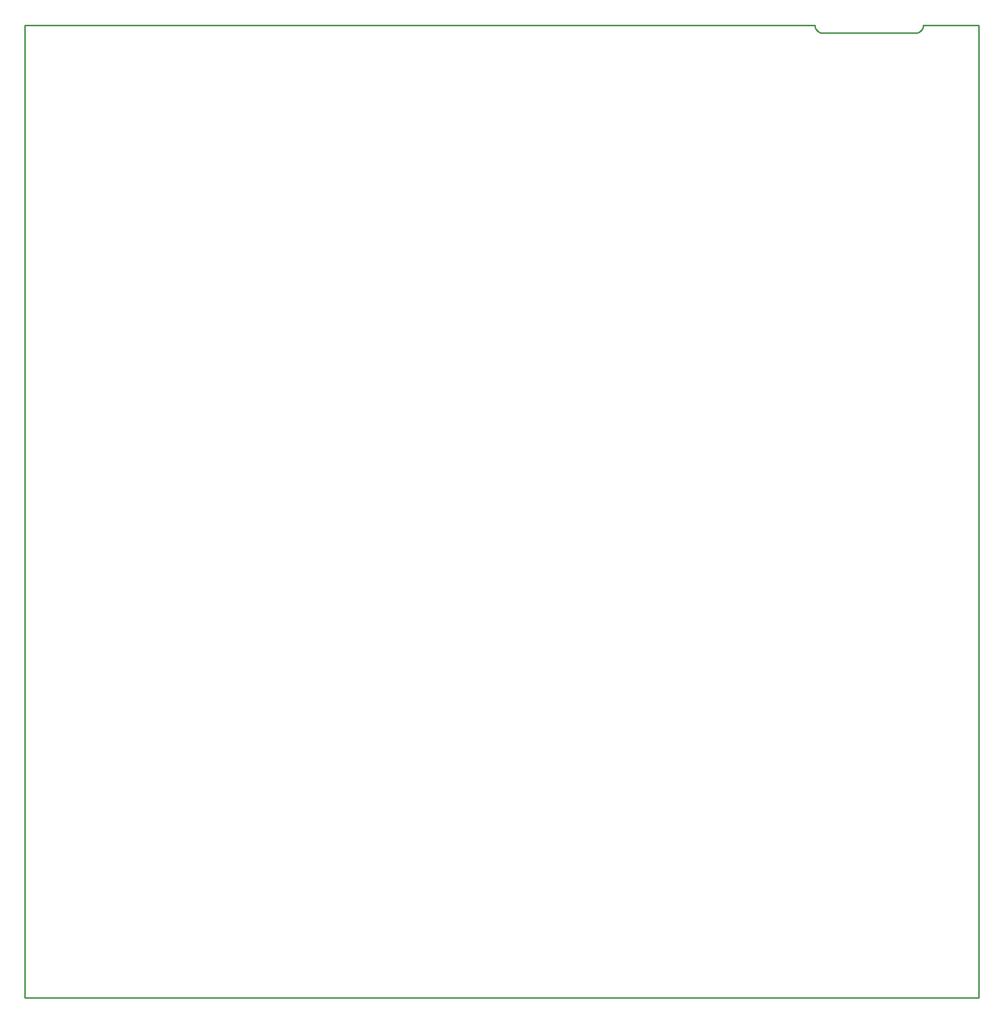
<source format=gm1>
%FSLAX24Y24*%
%MOIN*%
G70*
G01*
G75*
%ADD10C,0.0100*%
%ADD11R,0.1250X0.0600*%
%ADD12R,0.0600X0.1000*%
%ADD13R,0.0380X0.0380*%
%ADD14R,0.0600X0.0600*%
%ADD15R,0.0709X0.1575*%
%ADD16R,0.1614X0.0827*%
%ADD17O,0.0701X0.0157*%
%ADD18R,0.1500X0.1100*%
%ADD19R,0.0600X0.1250*%
%ADD20R,0.0500X0.0600*%
%ADD21R,0.0600X0.0500*%
%ADD22R,0.0315X0.0472*%
%ADD23R,0.1200X0.0900*%
%ADD24R,0.0551X0.0492*%
%ADD25O,0.0138X0.0846*%
%ADD26R,0.0138X0.0846*%
%ADD27R,0.1575X0.1181*%
%ADD28R,0.0709X0.1378*%
%ADD29R,0.0800X0.0800*%
%ADD30O,0.0630X0.0110*%
%ADD31O,0.0110X0.0630*%
%ADD32R,0.0110X0.0630*%
%ADD33R,0.0472X0.1260*%
%ADD34R,0.0472X0.0315*%
%ADD35R,0.0425X0.0380*%
%ADD36C,0.0400*%
%ADD37R,0.1378X0.0709*%
%ADD38R,0.0650X0.0500*%
%ADD39O,0.0787X0.0177*%
%ADD40R,0.0787X0.0177*%
%ADD41R,0.0236X0.0433*%
%ADD42R,0.0492X0.0551*%
%ADD43O,0.0669X0.0110*%
%ADD44R,0.0669X0.0110*%
%ADD45O,0.0110X0.0669*%
%ADD46R,0.0110X0.0669*%
%ADD47R,0.1000X0.0600*%
%ADD48R,0.0850X0.1080*%
%ADD49R,0.0600X0.1350*%
%ADD50R,0.1575X0.2165*%
%ADD51R,0.1500X0.1680*%
%ADD52R,0.0866X0.1142*%
%ADD53O,0.0630X0.0110*%
%ADD54R,0.0630X0.0110*%
%ADD55O,0.0110X0.0709*%
%ADD56O,0.0709X0.0110*%
%ADD57O,0.0709X0.0110*%
%ADD58R,0.0709X0.0110*%
%ADD59O,0.0157X0.0701*%
%ADD60O,0.0110X0.0630*%
%ADD61R,0.0787X0.0512*%
%ADD62R,0.0945X0.0906*%
%ADD63C,0.0200*%
%ADD64C,0.0500*%
%ADD65C,0.0120*%
%ADD66C,0.0150*%
%ADD67C,0.0600*%
%ADD68C,0.0400*%
%ADD69C,0.0250*%
%ADD70C,0.0300*%
%ADD71C,0.0380*%
%ADD72C,0.0700*%
%ADD73C,0.0110*%
%ADD74C,0.0320*%
%ADD75C,0.0080*%
%ADD76C,0.0280*%
%ADD77C,0.0310*%
%ADD78C,0.0140*%
%ADD79C,0.0157*%
%ADD80C,0.0130*%
%ADD81C,0.0090*%
%ADD82C,0.0220*%
%ADD83C,0.0170*%
%ADD84C,0.0180*%
%ADD85C,0.0308*%
%ADD86C,0.0160*%
%ADD87C,0.0390*%
%ADD88R,0.0670X0.0700*%
%ADD89R,0.1350X0.1400*%
%ADD90R,0.0300X0.1229*%
%ADD91C,0.0620*%
%ADD92C,0.0600*%
%ADD93C,0.1000*%
%ADD94C,0.0650*%
%ADD95C,0.0906*%
%ADD96C,0.0787*%
%ADD97C,0.0866*%
%ADD98C,0.1024*%
%ADD99C,0.1024*%
%ADD100P,0.0620X8X0*%
%ADD101C,0.0945*%
%ADD102C,0.0500*%
%ADD103C,0.0118*%
%ADD104C,0.0098*%
%ADD105C,0.0060*%
%ADD106C,0.0079*%
%ADD107C,0.0070*%
%ADD108R,0.0500X0.0300*%
%ADD109R,0.0500X0.1500*%
%ADD110R,0.3100X0.0430*%
%ADD111R,0.0360X0.0130*%
%ADD112R,0.1900X0.1250*%
%ADD113R,0.0520X0.2190*%
%ADD114R,0.0530X0.2180*%
%ADD115R,0.2230X0.0510*%
%ADD116R,0.2180X0.0540*%
%ADD117R,0.3850X0.1200*%
%ADD118R,0.3400X0.1250*%
%ADD119R,0.0560X0.4570*%
%ADD120R,0.0560X0.4580*%
%ADD121R,0.4580X0.0560*%
%ADD122R,0.4570X0.0560*%
%ADD123R,0.0400X0.0350*%
%ADD124R,0.4016X0.1063*%
%ADD125R,0.0520X0.6940*%
%ADD126R,0.6930X0.0530*%
%ADD127R,0.0520X0.6930*%
%ADD128R,0.0600X1.0150*%
%ADD129R,1.0110X0.0610*%
%ADD130R,0.0610X1.0100*%
%ADD131R,0.0520X0.2960*%
%ADD132R,0.2970X0.0520*%
%ADD133R,0.0520X0.2970*%
%ADD134R,0.3010X0.0520*%
%ADD135R,0.1330X0.0680*%
%ADD136R,0.0680X0.1080*%
%ADD137R,0.0460X0.0460*%
%ADD138R,0.0680X0.0680*%
%ADD139R,0.0789X0.1655*%
%ADD140R,0.1694X0.0907*%
%ADD141O,0.0781X0.0237*%
%ADD142R,0.1580X0.1180*%
%ADD143R,0.0680X0.1330*%
%ADD144R,0.0580X0.0680*%
%ADD145R,0.0680X0.0580*%
%ADD146R,0.0395X0.0552*%
%ADD147R,0.1280X0.0980*%
%ADD148R,0.0631X0.0572*%
%ADD149O,0.0218X0.0926*%
%ADD150R,0.0218X0.0926*%
%ADD151R,0.1655X0.1261*%
%ADD152R,0.0789X0.1458*%
%ADD153R,0.0880X0.0880*%
%ADD154O,0.0710X0.0190*%
%ADD155O,0.0190X0.0710*%
%ADD156R,0.0190X0.0710*%
%ADD157R,0.0552X0.1340*%
%ADD158R,0.0552X0.0395*%
%ADD159R,0.0505X0.0460*%
%ADD160C,0.0800*%
%ADD161R,0.1458X0.0789*%
%ADD162R,0.0730X0.0580*%
%ADD163O,0.0867X0.0257*%
%ADD164R,0.0867X0.0257*%
%ADD165R,0.0316X0.0513*%
%ADD166R,0.0572X0.0631*%
%ADD167O,0.0749X0.0190*%
%ADD168R,0.0749X0.0190*%
%ADD169O,0.0190X0.0749*%
%ADD170R,0.0190X0.0749*%
%ADD171R,0.1080X0.0680*%
%ADD172R,0.0930X0.1160*%
%ADD173R,0.0680X0.1430*%
%ADD174R,0.1655X0.2245*%
%ADD175R,0.1580X0.1760*%
%ADD176R,0.0946X0.1222*%
%ADD177O,0.0710X0.0190*%
%ADD178R,0.0710X0.0190*%
%ADD179O,0.0190X0.0789*%
%ADD180O,0.0789X0.0190*%
%ADD181O,0.0789X0.0190*%
%ADD182R,0.0789X0.0190*%
%ADD183O,0.0237X0.0781*%
%ADD184O,0.0190X0.0710*%
%ADD185R,0.0867X0.0592*%
%ADD186R,0.1025X0.0986*%
%ADD187C,0.0700*%
%ADD188C,0.0080*%
%ADD189C,0.0680*%
%ADD190C,0.1080*%
%ADD191C,0.0730*%
%ADD192C,0.0986*%
%ADD193C,0.0867*%
%ADD194C,0.0946*%
%ADD195C,0.1104*%
%ADD196C,0.1104*%
%ADD197P,0.0700X8X0*%
%ADD198C,0.0709*%
%ADD199C,0.1025*%
%ADD200C,0.0300*%
%ADD201C,0.0480*%
%ADD202C,0.0580*%
%ADD203C,0.0075*%
%ADD204C,0.0045*%
%ADD205C,0.0030*%
%ADD206R,0.0150X0.0450*%
%ADD207R,0.0150X0.0090*%
%ADD208R,0.0930X0.0129*%
%ADD209R,0.0108X0.0039*%
%ADD210R,0.1600X4.6150*%
%ADD211R,0.1050X5.8850*%
%ADD212R,0.2008X0.1063*%
%ADD213R,0.1024X0.1063*%
%ADD214C,0.0750*%
%AMTHD215*
7,0,0,0.0950,0.0750,0.0120,45*
%
%ADD215THD215*%
%ADD216C,0.1680*%
%AMTHD217*
7,0,0,0.1240,0.1040,0.0120,45*
%
%ADD217THD217*%
%ADD218C,0.1760*%
%AMTHD219*
7,0,0,0.1112,0.0912,0.0120,45*
%
%ADD219THD219*%
%ADD220C,0.0794*%
%AMTHD221*
7,0,0,0.0994,0.0794,0.0120,45*
%
%ADD221THD221*%
%AMTHD222*
7,0,0,0.1191,0.0991,0.0120,45*
%
%ADD222THD222*%
%AMTHD223*
7,0,0,0.1191,0.0991,0.0120,45*
%
%ADD223THD223*%
%ADD224C,0.1109*%
%ADD225C,0.1030*%
%ADD226C,0.0872*%
%ADD227R,0.2008X0.1063*%
%ADD228C,0.0991*%
%ADD229C,0.0991*%
D10*
X125725Y114275D02*
X125823Y114285D01*
X125916Y114313D01*
X126003Y114359D01*
X126079Y114422D01*
X126141Y114497D01*
X126187Y114584D01*
X126215Y114678D01*
X126225Y114775D01*
X119075D02*
X119085Y114678D01*
X119113Y114584D01*
X119159Y114497D01*
X119221Y114422D01*
X119297Y114359D01*
X119384Y114313D01*
X119477Y114285D01*
X119575Y114275D01*
X125725D01*
X66975Y50625D02*
X129875D01*
X66975D02*
Y114775D01*
X129875Y50625D02*
Y114775D01*
X66975D02*
X119075D01*
X126225D02*
X129875D01*
M02*

</source>
